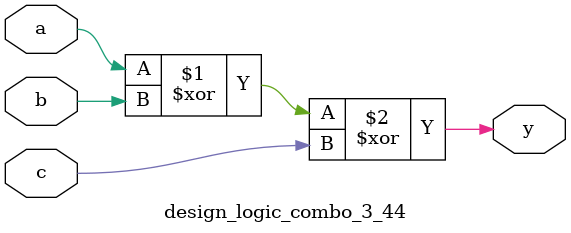
<source format=sv>
module design_logic_combo_3_44(input logic a,b,c, output logic y);
  assign y = (a ^ b) ^ c;
endmodule

</source>
